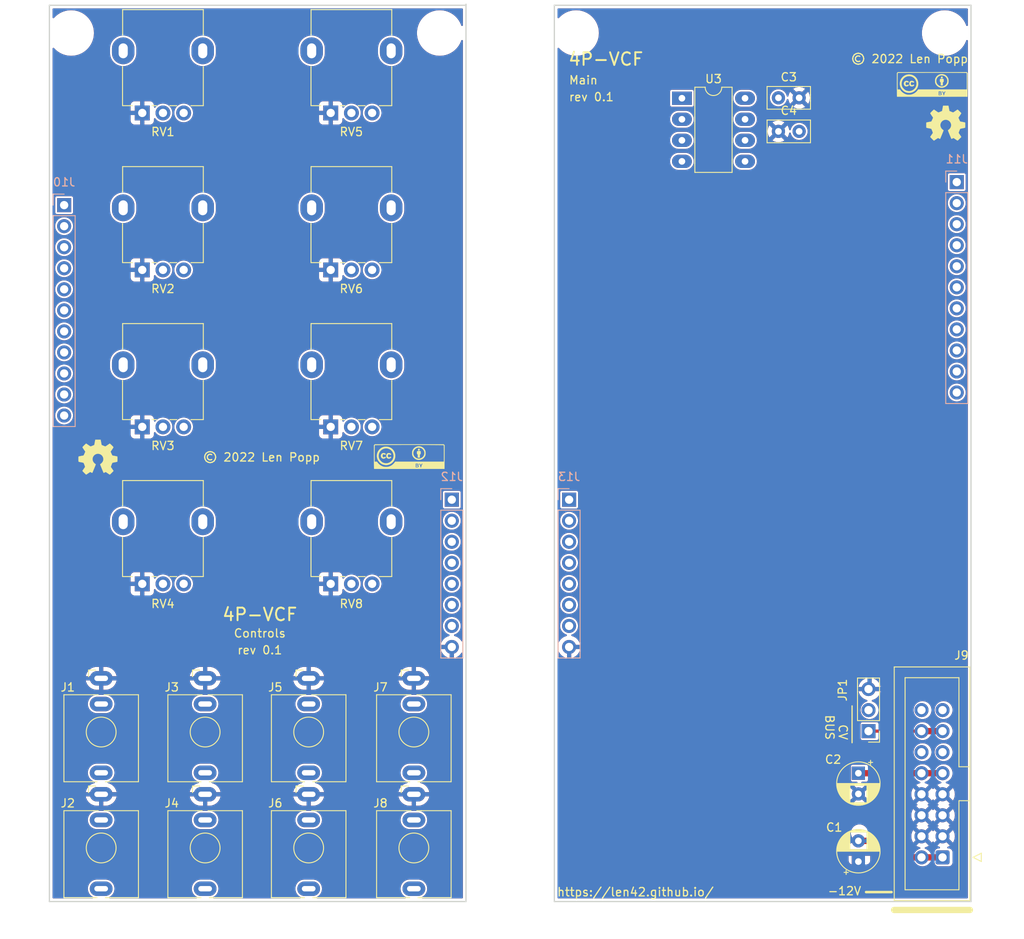
<source format=kicad_pcb>
(kicad_pcb (version 20211014) (generator pcbnew)
  (title_block (title "Eurorack 4-Pole Filter") (date "2022-02-21") (rev "1.0") (company "Len Popp") (comment 1 "Copyright © 2022 Len Popp CC BY") (comment 2 "Board settings comply with requirements of OSH Park https://oshpark.com/") (comment 3 "SSI2140 lowpass VCF module - Eurorack 10HP"))
  (layers (0 "F.Cu" signal) (31 "B.Cu" signal) (36 "B.SilkS" user "B.Silkscreen") (37 "F.SilkS" user "F.Silkscreen") (38 "B.Mask" user) (39 "F.Mask" user) (44 "Edge.Cuts" user))
  (net 0 "")
  (net 1 "+12V")
  (net 2 "GND")
  (net 3 "-12V")
  (net 4 "+5V")
  (net 6 "IN-POT-A-1")
  (net 7 "IN-GATE-1")
  (net 8 "IN-POT-D-1")
  (net 9 "OUT-1")
  (net 10 "IN-POT-S-1")
  (net 11 "IN-POT-R-1")
  (net 12 "IN-POT-A-2")
  (net 13 "IN-POT-D-2")
  (net 14 "IN-POT-S-2")
  (net 15 "IN-GATE-2")
  (net 16 "IN-POT-R-2")
  (net 17 "OUT-2")
  (net 18 "IN-GATE-BUS")
  (net 21 "Net-(J9-Pad13)")
  (net 23 "Net-(J10-Pad5)")
  (net 24 "Net-(J10-Pad4)")
  (net 31 "Net-(J10-Pad9)")
  (net 32 "Net-(J10-Pad8)")
  (net 33 "Net-(J10-Pad7)")
  (net 34 "Net-(J10-Pad6)")
  (net 35 "Net-(J10-Pad3)")
  (net 36 "Net-(J10-Pad2)")
  (net 37 "Net-(J12-Pad7)")
  (net 38 "Net-(J12-Pad6)")
  (net 39 "Net-(J12-Pad5)")
  (net 40 "Net-(J12-Pad4)")
  (net 41 "Net-(J12-Pad3)")
  (net 42 "Net-(J12-Pad2)")
  (net 43 "Net-(J12-Pad1)")
  (net 46 "IN-CV-BUS")
  (footprint "-lmp-misc:CP_Radial_D5.0mm_P2.50mm" (layer "F.Cu") (at 194.183 128.27 -90)
    (fp_text reference "C2" (at -1.651 3.048) (layer "F.SilkS"))
    (fp_text value "10U")
    (pad "1" thru_hole rect locked (at 0 0 270) (size 1.6 1.6) (drill 0.8) (layers *.Cu *.Mask) (net 1 "+12V"))
    (pad "2" thru_hole circle locked (at 2.5 0 270) (size 1.6 1.6) (drill 0.8) (layers *.Cu *.Mask) (net 2 "GND"))
  )
  (footprint "-lmp-synth:Jack_3.5mm_QingPu_WQP-PJ398SM_Vertical" (layer "F.Cu") (at 140.52 130.814)
    (fp_text reference "J8" (at -4.03 1.08) (layer "F.SilkS"))
    (fp_text value "WQP-PJ398")
    (pad "S" thru_hole oval (at 0 0 180) (size 2.75 1.75) (drill oval 1.65 0.65) (layers *.Cu *.Mask) (net 2 "GND"))
    (pad "T" thru_hole oval (at 0 11.4 180) (size 2.75 1.75) (drill oval 1.65 0.65) (layers *.Cu *.Mask))
    (pad "TN" thru_hole oval (at 0 3.1 180) (size 2.75 1.75) (drill oval 1.65 0.65) (layers *.Cu *.Mask))
  )
  (footprint "-lmp-misc:CP_Radial_D5.0mm_P2.50mm" (layer "F.Cu") (at 194.183 138.938 90)
    (fp_text reference "C1" (at 4.126113 -2.921) (layer "F.SilkS"))
    (fp_text value "10U")
    (pad "1" thru_hole rect locked (at 0 0 90) (size 1.6 1.6) (drill 0.8) (layers *.Cu *.Mask) (net 2 "GND"))
    (pad "2" thru_hole circle locked (at 2.5 0 90) (size 1.6 1.6) (drill 0.8) (layers *.Cu *.Mask) (net 3 "-12V"))
  )
  (footprint "-lmp-synth:Jack_3.5mm_QingPu_WQP-PJ398SM_Vertical" (layer "F.Cu") (at 102.77 116.8178)
    (fp_text reference "J1" (at -4.03 1.08) (layer "F.SilkS"))
    (fp_text value "WQP-PJ398")
    (pad "S" thru_hole oval (at 0 0 180) (size 2.75 1.75) (drill oval 1.65 0.65) (layers *.Cu *.Mask) (net 2 "GND"))
    (pad "T" thru_hole oval (at 0 11.4 180) (size 2.75 1.75) (drill oval 1.65 0.65) (layers *.Cu *.Mask) (net 7 "IN-GATE-1"))
    (pad "TN" thru_hole oval (at 0 3.1 180) (size 2.75 1.75) (drill oval 1.65 0.65) (layers *.Cu *.Mask) (net 18 "IN-GATE-BUS"))
  )
  (footprint "-lmp-synth:Potentiometer_Alpha_RD901F-40-00D_Single_Vertical" (layer "F.Cu") (at 107.73 67.51 90)
    (fp_text reference "RV2" (at -2.286 2.4892) (layer "F.SilkS"))
    (fp_text value "100K")
    (pad "" thru_hole oval locked (at 7.5 -2.3 180) (size 2.72 3.24) (drill oval 1.1 1.8) (layers *.Cu *.Mask))
    (pad "" thru_hole oval locked (at 7.5 7.3 180) (size 2.72 3.24) (drill oval 1.1 1.8) (layers *.Cu *.Mask))
    (pad "1" thru_hole rect locked (at 0 0 180) (size 1.8 1.8) (drill 1) (layers *.Cu *.Mask) (net 2 "GND"))
    (pad "2" thru_hole circle locked (at 0 2.5 180) (size 1.8 1.8) (drill 1) (layers *.Cu *.Mask) (net 8 "IN-POT-D-1"))
    (pad "3" thru_hole circle locked (at 0 5 180) (size 1.8 1.8) (drill 1) (layers *.Cu *.Mask) (net 4 "+5V"))
  )
  (footprint "-lmp-synth:Potentiometer_Alpha_RD901F-40-00D_Single_Vertical" (layer "F.Cu") (at 107.73 105.41 90)
    (fp_text reference "RV4" (at -2.413 2.4892) (layer "F.SilkS"))
    (fp_text value "100K")
    (pad "" thru_hole oval locked (at 7.5 7.3 180) (size 2.72 3.24) (drill oval 1.1 1.8) (layers *.Cu *.Mask))
    (pad "" thru_hole oval locked (at 7.5 -2.3 180) (size 2.72 3.24) (drill oval 1.1 1.8) (layers *.Cu *.Mask))
    (pad "1" thru_hole rect locked (at 0 0 180) (size 1.8 1.8) (drill 1) (layers *.Cu *.Mask) (net 2 "GND"))
    (pad "2" thru_hole circle locked (at 0 2.5 180) (size 1.8 1.8) (drill 1) (layers *.Cu *.Mask) (net 11 "IN-POT-R-1"))
    (pad "3" thru_hole circle locked (at 0 5 180) (size 1.8 1.8) (drill 1) (layers *.Cu *.Mask) (net 4 "+5V"))
  )
  (footprint "-lmp-synth:Potentiometer_Alpha_RD901F-40-00D_Single_Vertical" (layer "F.Cu") (at 130.48 67.51 90)
    (fp_text reference "RV6" (at -2.286 2.4892) (layer "F.SilkS"))
    (fp_text value "100K")
    (pad "" thru_hole oval locked (at 7.5 -2.3 180) (size 2.72 3.24) (drill oval 1.1 1.8) (layers *.Cu *.Mask))
    (pad "" thru_hole oval locked (at 7.5 7.3 180) (size 2.72 3.24) (drill oval 1.1 1.8) (layers *.Cu *.Mask))
    (pad "1" thru_hole rect locked (at 0 0 180) (size 1.8 1.8) (drill 1) (layers *.Cu *.Mask) (net 2 "GND"))
    (pad "2" thru_hole circle locked (at 0 2.5 180) (size 1.8 1.8) (drill 1) (layers *.Cu *.Mask) (net 13 "IN-POT-D-2"))
    (pad "3" thru_hole circle locked (at 0 5 180) (size 1.8 1.8) (drill 1) (layers *.Cu *.Mask) (net 4 "+5V"))
  )
  (footprint "-lmp-synth:Potentiometer_Alpha_RD901F-40-00D_Single_Vertical" (layer "F.Cu") (at 130.48 105.41 90)
    (fp_text reference "RV8" (at -2.413 2.4892) (layer "F.SilkS"))
    (fp_text value "100K")
    (pad "" thru_hole oval locked (at 7.5 -2.3 180) (size 2.72 3.24) (drill oval 1.1 1.8) (layers *.Cu *.Mask))
    (pad "" thru_hole oval locked (at 7.5 7.3 180) (size 2.72 3.24) (drill oval 1.1 1.8) (layers *.Cu *.Mask))
    (pad "1" thru_hole rect locked (at 0 0 180) (size 1.8 1.8) (drill 1) (layers *.Cu *.Mask) (net 2 "GND"))
    (pad "2" thru_hole circle locked (at 0 2.5 180) (size 1.8 1.8) (drill 1) (layers *.Cu *.Mask) (net 16 "IN-POT-R-2"))
    (pad "3" thru_hole circle locked (at 0 5 180) (size 1.8 1.8) (drill 1) (layers *.Cu *.Mask) (net 4 "+5V"))
  )
  (footprint "-lmp-synth:Potentiometer_Alpha_RD901F-40-00D_Single_Vertical" (layer "F.Cu") (at 107.73 86.46 90)
    (fp_text reference "RV3" (at -2.286 2.4892) (layer "F.SilkS"))
    (fp_text value "100K")
    (pad "" thru_hole oval locked (at 7.5 -2.3 180) (size 2.72 3.24) (drill oval 1.1 1.8) (layers *.Cu *.Mask))
    (pad "" thru_hole oval locked (at 7.5 7.3 180) (size 2.72 3.24) (drill oval 1.1 1.8) (layers *.Cu *.Mask))
    (pad "1" thru_hole rect locked (at 0 0 180) (size 1.8 1.8) (drill 1) (layers *.Cu *.Mask) (net 2 "GND"))
    (pad "2" thru_hole circle locked (at 0 2.5 180) (size 1.8 1.8) (drill 1) (layers *.Cu *.Mask) (net 10 "IN-POT-S-1"))
    (pad "3" thru_hole circle locked (at 0 5 180) (size 1.8 1.8) (drill 1) (layers *.Cu *.Mask) (net 4 "+5V"))
  )
  (footprint "-lmp-synth:Potentiometer_Alpha_RD901F-40-00D_Single_Vertical" (layer "F.Cu") (at 107.73 48.56 90)
    (fp_text reference "RV1" (at -2.286 2.4892) (layer "F.SilkS"))
    (fp_text value "100K")
    (pad "" thru_hole oval locked (at 7.5 -2.3 180) (size 2.72 3.24) (drill oval 1.1 1.8) (layers *.Cu *.Mask))
    (pad "" thru_hole oval locked (at 7.5 7.3 180) (size 2.72 3.24) (drill oval 1.1 1.8) (layers *.Cu *.Mask))
    (pad "1" thru_hole rect locked (at 0 0 180) (size 1.8 1.8) (drill 1) (layers *.Cu *.Mask) (net 2 "GND"))
    (pad "2" thru_hole circle locked (at 0 2.5 180) (size 1.8 1.8) (drill 1) (layers *.Cu *.Mask) (net 6 "IN-POT-A-1"))
    (pad "3" thru_hole circle locked (at 0 5 180) (size 1.8 1.8) (drill 1) (layers *.Cu *.Mask) (net 4 "+5V"))
  )
  (footprint "-lmp-synth:Potentiometer_Alpha_RD901F-40-00D_Single_Vertical" (layer "F.Cu") (at 130.48 48.56 90)
    (fp_text reference "RV5" (at -2.286 2.4892) (layer "F.SilkS"))
    (fp_text value "100K")
    (pad "" thru_hole oval locked (at 7.5 -2.3 180) (size 2.72 3.24) (drill oval 1.1 1.8) (layers *.Cu *.Mask))
    (pad "" thru_hole oval locked (at 7.5 7.3 180) (size 2.72 3.24) (drill oval 1.1 1.8) (layers *.Cu *.Mask))
    (pad "1" thru_hole rect locked (at 0 0 180) (size 1.8 1.8) (drill 1) (layers *.Cu *.Mask) (net 2 "GND"))
    (pad "2" thru_hole circle locked (at 0 2.5 180) (size 1.8 1.8) (drill 1) (layers *.Cu *.Mask) (net 12 "IN-POT-A-2"))
    (pad "3" thru_hole circle locked (at 0 5 180) (size 1.8 1.8) (drill 1) (layers *.Cu *.Mask) (net 4 "+5V"))
  )
  (footprint "-lmp-misc:Logo_CC_BY" (layer "F.Cu") (at 203.088596 45.1104)
    (fp_text reference "G1" hide)
    (fp_text value "Logo_CC_BY" hide)
  )
  (footprint "-lmp-holes:MountingHole_PCB_3.2mm_M3" (layer "F.Cu") (at 204.605 38.91)
    (fp_text reference "H4" hide)
    (fp_text value "MountingHole_M3")
    (pad "" np_thru_hole circle locked (at 0 0) (size 3.2 3.2) (drill 3.2) (layers *.Cu *.Mask))
  )
  (footprint "-lmp-holes:MountingHole_PCB_3.2mm_M3" (layer "F.Cu") (at 99.145 38.91)
    (fp_text reference "H1" hide)
    (fp_text value "MountingHole_M3")
    (pad "" np_thru_hole circle locked (at 0 0) (size 3.2 3.2) (drill 3.2) (layers *.Cu *.Mask))
  )
  (footprint "-lmp-holes:MountingHole_PCB_3.2mm_M3" (layer "F.Cu") (at 143.645 38.91)
    (fp_text reference "H2" hide)
    (fp_text value "MountingHole_M3")
    (pad "" np_thru_hole circle locked (at 0 0) (size 3.2 3.2) (drill 3.2) (layers *.Cu *.Mask))
  )
  (footprint "-lmp-holes:MountingHole_PCB_3.2mm_M3" (layer "F.Cu") (at 160.105 38.91)
    (fp_text reference "H3" hide)
    (fp_text value "MountingHole_M3")
    (pad "" np_thru_hole circle locked (at 0 0) (size 3.2 3.2) (drill 3.2) (layers *.Cu *.Mask))
  )
  (footprint "-lmp-synth:IDC-Header-Eurorack-16-TH" (layer "F.Cu") (at 204.343 138.43 180)
    (fp_text reference "J9" (at -2.286 24.384) (layer "F.SilkS"))
    (fp_text value "Conn_Eurorack_16")
    (pad "1" thru_hole roundrect locked (at 0 0 180) (size 1.7 1.7) (drill 1) (layers *.Cu *.Mask) (roundrect_rratio 0.147059) (net 3 "-12V"))
    (pad "2" thru_hole circle locked (at 2.54 0 180) (size 1.7 1.7) (drill 1) (layers *.Cu *.Mask) (net 3 "-12V"))
    (pad "3" thru_hole circle locked (at 0 2.54 180) (size 1.7 1.7) (drill 1) (layers *.Cu *.Mask) (net 2 "GND"))
    (pad "4" thru_hole circle locked (at 2.54 2.54 180) (size 1.7 1.7) (drill 1) (layers *.Cu *.Mask) (net 2 "GND"))
    (pad "5" thru_hole circle locked (at 0 5.08 180) (size 1.7 1.7) (drill 1) (layers *.Cu *.Mask) (net 2 "GND"))
    (pad "6" thru_hole circle locked (at 2.54 5.08 180) (size 1.7 1.7) (drill 1) (layers *.Cu *.Mask) (net 2 "GND"))
    (pad "7" thru_hole circle locked (at 0 7.62 180) (size 1.7 1.7) (drill 1) (layers *.Cu *.Mask) (net 2 "GND"))
    (pad "8" thru_hole circle locked (at 2.54 7.62 180) (size 1.7 1.7) (drill 1) (layers *.Cu *.Mask) (net 2 "GND"))
    (pad "9" thru_hole circle locked (at 0 10.16 180) (size 1.7 1.7) (drill 1) (layers *.Cu *.Mask) (net 1 "+12V"))
    (pad "10" thru_hole circle locked (at 2.54 10.16 180) (size 1.7 1.7) (drill 1) (layers *.Cu *.Mask) (net 1 "+12V"))
    (pad "11" thru_hole circle locked (at 0 12.7 180) (size 1.7 1.7) (drill 1) (layers *.Cu *.Mask) (net 4 "+5V"))
    (pad "12" thru_hole circle locked (at 2.54 12.7 180) (size 1.7 1.7) (drill 1) (layers *.Cu *.Mask) (net 4 "+5V"))
    (pad "13" thru_hole circle locked (at 0 15.24 180) (size 1.7 1.7) (drill 1) (layers *.Cu *.Mask) (net 21 "Net-(J9-Pad13)"))
    (pad "14" thru_hole circle locked (at 2.54 15.24 180) (size 1.7 1.7) (drill 1) (layers *.Cu *.Mask) (net 21 "Net-(J9-Pad13)"))
    (pad "15" thru_hole circle locked (at 0 17.78 180) (size 1.7 1.7) (drill 1) (layers *.Cu *.Mask))
    (pad "16" thru_hole circle locked (at 2.54 17.78 180) (size 1.7 1.7) (drill 1) (layers *.Cu *.Mask))
  )
  (footprint "-lmp-synth:Jack_3.5mm_QingPu_WQP-PJ398SM_Vertical" (layer "F.Cu") (at 140.52 116.8178)
    (fp_text reference "J7" (at -4.03 1.08) (layer "F.SilkS"))
    (fp_text value "WQP-PJ398")
    (pad "S" thru_hole oval (at 0 0 180) (size 2.75 1.75) (drill oval 1.65 0.65) (layers *.Cu *.Mask) (net 2 "GND"))
    (pad "T" thru_hole oval (at 0 11.4 180) (size 2.75 1.75) (drill oval 1.65 0.65) (layers *.Cu *.Mask))
    (pad "TN" thru_hole oval (at 0 3.1 180) (size 2.75 1.75) (drill oval 1.65 0.65) (layers *.Cu *.Mask))
  )
  (footprint "-lmp-misc:PinHeader_1x03_P2.54mm_Vertical" (layer "F.Cu") (at 195.407001 123.19 180)
    (fp_text reference "JP1" (at 3.129001 4.953 90) (layer "F.SilkS"))
    (fp_text value "CV-BUS")
    (pad "1" thru_hole rect locked (at 0 0 180) (size 1.7 1.7) (drill 1) (layers *.Cu *.Mask) (net 21 "Net-(J9-Pad13)"))
    (pad "2" thru_hole oval locked (at 0 2.54 180) (size 1.7 1.7) (drill 1) (layers *.Cu *.Mask) (net 46 "IN-CV-BUS"))
    (pad "3" thru_hole oval locked (at 0 5.08 180) (size 1.7 1.7) (drill 1) (layers *.Cu *.Mask) (net 2 "GND"))
  )
  (footprint "-lmp-synth:Jack_3.5mm_QingPu_WQP-PJ398SM_Vertical" (layer "F.Cu") (at 102.77 130.814)
    (fp_text reference "J2" (at -4.03 1.08) (layer "F.SilkS"))
    (fp_text value "WQP-PJ398")
    (pad "S" thru_hole oval (at 0 0 180) (size 2.75 1.75) (drill oval 1.65 0.65) (layers *.Cu *.Mask) (net 2 "GND"))
    (pad "T" thru_hole oval (at 0 11.4 180) (size 2.75 1.75) (drill oval 1.65 0.65) (layers *.Cu *.Mask) (net 9 "OUT-1"))
    (pad "TN" thru_hole oval (at 0 3.1 180) (size 2.75 1.75) (drill oval 1.65 0.65) (layers *.Cu *.Mask))
  )
  (footprint "-lmp-misc:Logo_OSHW" (layer "F.Cu") (at 204.739596 49.8094)
    (fp_text reference "G3" hide)
    (fp_text value "Logo_OSHW" hide)
  )
  (footprint "-lmp-synth:Potentiometer_Alpha_RD901F-40-00D_Single_Vertical" (layer "F.Cu") (at 130.48 86.46 90)
    (fp_text reference "RV7" (at -2.286 2.4892) (layer "F.SilkS"))
    (fp_text value "100K")
    (pad "" thru_hole oval locked (at 7.5 -2.3 180) (size 2.72 3.24) (drill oval 1.1 1.8) (layers *.Cu *.Mask))
    (pad "" thru_hole oval locked (at 7.5 7.3 180) (size 2.72 3.24) (drill oval 1.1 1.8) (layers *.Cu *.Mask))
    (pad "1" thru_hole rect locked (at 0 0 180) (size 1.8 1.8) (drill 1) (layers *.Cu *.Mask) (net 2 "GND"))
    (pad "2" thru_hole circle locked (at 0 2.5 180) (size 1.8 1.8) (drill 1) (layers *.Cu *.Mask) (net 14 "IN-POT-S-2"))
    (pad "3" thru_hole circle locked (at 0 5 180) (size 1.8 1.8) (drill 1) (layers *.Cu *.Mask) (net 4 "+5V"))
  )
  (footprint "-lmp-misc:Logo_CC_BY" (layer "F.Cu") (at 139.954 90.043)
    (fp_text reference "G2" hide)
    (fp_text value "Logo_CC_BY" hide)
  )
  (footprint "-lmp-misc:Logo_OSHW" (layer "F.Cu") (at 102.39 90.13)
    (fp_text reference "G4" hide)
    (fp_text value "Logo_OSHW" hide)
  )
  (footprint "-lmp-synth:Jack_3.5mm_QingPu_WQP-PJ398SM_Vertical" (layer "F.Cu") (at 127.82 116.8178)
    (fp_text reference "J5" (at -4.03 1.08) (layer "F.SilkS"))
    (fp_text value "WQP-PJ398")
    (pad "S" thru_hole oval (at 0 0 180) (size 2.75 1.75) (drill oval 1.65 0.65) (layers *.Cu *.Mask) (net 2 "GND"))
    (pad "T" thru_hole oval (at 0 11.4 180) (size 2.75 1.75) (drill oval 1.65 0.65) (layers *.Cu *.Mask) (net 15 "IN-GATE-2"))
    (pad "TN" thru_hole oval (at 0 3.1 180) (size 2.75 1.75) (drill oval 1.65 0.65) (layers *.Cu *.Mask) (net 7 "IN-GATE-1"))
  )
  (footprint "-lmp-synth:Jack_3.5mm_QingPu_WQP-PJ398SM_Vertical" (layer "F.Cu") (at 127.82 130.814)
    (fp_text reference "J6" (at -4.03 1.08) (layer "F.SilkS"))
    (fp_text value "WQP-PJ398")
    (pad "S" thru_hole oval (at 0 0 180) (size 2.75 1.75) (drill oval 1.65 0.65) (layers *.Cu *.Mask) (net 2 "GND"))
    (pad "T" thru_hole oval (at 0 11.4 180) (size 2.75 1.75) (drill oval 1.65 0.65) (layers *.Cu *.Mask) (net 17 "OUT-2"))
    (pad "TN" thru_hole oval (at 0 3.1 180) (size 2.75 1.75) (drill oval 1.65 0.65) (layers *.Cu *.Mask))
  )
  (footprint "-lmp-synth:Jack_3.5mm_QingPu_WQP-PJ398SM_Vertical" (layer "F.Cu") (at 115.32 116.8178)
    (fp_text reference "J3" (at -4.03 1.08) (layer "F.SilkS"))
    (fp_text value "WQP-PJ398")
    (pad "S" thru_hole oval (at 0 0 180) (size 2.75 1.75) (drill oval 1.65 0.65) (layers *.Cu *.Mask) (net 2 "GND"))
    (pad "T" thru_hole oval (at 0 11.4 180) (size 2.75 1.75) (drill oval 1.65 0.65) (layers *.Cu *.Mask))
    (pad "TN" thru_hole oval (at 0 3.1 180) (size 2.75 1.75) (drill oval 1.65 0.65) (layers *.Cu *.Mask))
  )
  (footprint "-lmp-synth:Jack_3.5mm_QingPu_WQP-PJ398SM_Vertical" (layer "F.Cu") (at 115.32 130.814)
    (fp_text reference "J4" (at -4.03 1.08) (layer "F.SilkS"))
    (fp_text value "WQP-PJ398")
    (pad "S" thru_hole oval (at 0 0 180) (size 2.75 1.75) (drill oval 1.65 0.65) (layers *.Cu *.Mask) (net 2 "GND"))
    (pad "T" thru_hole oval (at 0 11.4 180) (size 2.75 1.75) (drill oval 1.65 0.65) (layers *.Cu *.Mask))
    (pad "TN" thru_hole oval (at 0 3.1 180) (size 2.75 1.75) (drill oval 1.65 0.65) (layers *.Cu *.Mask))
  )
  (footprint "-lmp-misc:DIP-8_W7.62mm_LongPads" (layer "F.Cu") (at 172.881 46.786)
    (fp_text reference "U3" (at 3.81 -2.33) (layer "F.SilkS"))
    (fp_text value "TL072")
    (pad "1" thru_hole rect locked (at 0 0) (size 2.4 1.6) (drill 0.8) (layers *.Cu *.Mask))
    (pad "2" thru_hole oval locked (at 0 2.54) (size 2.4 1.6) (drill 0.8) (layers *.Cu *.Mask))
    (pad "3" thru_hole oval locked (at 0 5.08) (size 2.4 1.6) (drill 0.8) (layers *.Cu *.Mask))
    (pad "4" thru_hole oval locked (at 0 7.62) (size 2.4 1.6) (drill 0.8) (layers *.Cu *.Mask) (net 3 "-12V"))
    (pad "5" thru_hole oval locked (at 7.62 7.62) (size 2.4 1.6) (drill 0.8) (layers *.Cu *.Mask))
    (pad "6" thru_hole oval locked (at 7.62 5.08) (size 2.4 1.6) (drill 0.8) (layers *.Cu *.Mask))
    (pad "7" thru_hole oval locked (at 7.62 2.54) (size 2.4 1.6) (drill 0.8) (layers *.Cu *.Mask))
    (pad "8" thru_hole oval locked (at 7.62 0) (size 2.4 1.6) (drill 0.8) (layers *.Cu *.Mask) (net 1 "+12V"))
  )
  (footprint "-lmp-misc:C_Disc_D5.0mm_W2.5mm_P2.50mm" (layer "F.Cu") (at 184.531 50.786)
    (fp_text reference "C4" (at 1.25 -2.5) (layer "F.SilkS"))
    (fp_text value "100N")
    (pad "1" thru_hole circle locked (at 0 0) (size 1.6 1.6) (drill 0.8) (layers *.Cu *.Mask) (net 2 "GND"))
    (pad "2" thru_hole circle locked (at 2.5 0) (size 1.6 1.6) (drill 0.8) (layers *.Cu *.Mask) (net 3 "-12V"))
  )
  (footprint "-lmp-misc:C_Disc_D5.0mm_W2.5mm_P2.50mm" (layer "F.Cu") (at 184.531 46.736)
    (fp_text reference "C3" (at 1.25 -2.5) (layer "F.SilkS"))
    (fp_text value "100N")
    (pad "1" thru_hole circle locked (at 0 0) (size 1.6 1.6) (drill 0.8) (layers *.Cu *.Mask) (net 1 "+12V"))
    (pad "2" thru_hole circle locked (at 2.5 0) (size 1.6 1.6) (drill 0.8) (layers *.Cu *.Mask) (net 2 "GND"))
  )
  (footprint "Connector_PinSocket_2.54mm:PinSocket_1x11_P2.54mm_Vertical" (layer "B.Cu") (at 98.3 59.69 180)
    (fp_text reference "J10" (at 0 2.77) (layer "B.SilkS") (effects (justify mirror)))
    (fp_text value "Conn_Front_Left_Top")
    (pad "1" thru_hole rect locked (at 0 0 180) (size 1.7 1.7) (drill 1) (layers *.Cu *.Mask) (net 7 "IN-GATE-1"))
    (pad "2" thru_hole oval locked (at 0 -2.54 180) (size 1.7 1.7) (drill 1) (layers *.Cu *.Mask) (net 36 "Net-(J10-Pad2)"))
    (pad "3" thru_hole oval locked (at 0 -5.08 180) (size 1.7 1.7) (drill 1) (layers *.Cu *.Mask) (net 35 "Net-(J10-Pad3)"))
    (pad "4" thru_hole oval locked (at 0 -7.62 180) (size 1.7 1.7) (drill 1) (layers *.Cu *.Mask) (net 24 "Net-(J10-Pad4)"))
    (pad "5" thru_hole oval locked (at 0 -10.16 180) (size 1.7 1.7) (drill 1) (layers *.Cu *.Mask) (net 23 "Net-(J10-Pad5)"))
    (pad "6" thru_hole oval locked (at 0 -12.7 180) (size 1.7 1.7) (drill 1) (layers *.Cu *.Mask) (net 34 "Net-(J10-Pad6)"))
    (pad "7" thru_hole oval locked (at 0 -15.24 180) (size 1.7 1.7) (drill 1) (layers *.Cu *.Mask) (net 33 "Net-(J10-Pad7)"))
    (pad "8" thru_hole oval locked (at 0 -17.78 180) (size 1.7 1.7) (drill 1) (layers *.Cu *.Mask) (net 32 "Net-(J10-Pad8)"))
    (pad "9" thru_hole oval locked (at 0 -20.32 180) (size 1.7 1.7) (drill 1) (layers *.Cu *.Mask) (net 31 "Net-(J10-Pad9)"))
    (pad "10" thru_hole oval locked (at 0 -22.86 180) (size 1.7 1.7) (drill 1) (layers *.Cu *.Mask) (net 4 "+5V"))
    (pad "11" thru_hole oval locked (at 0 -25.4 180) (size 1.7 1.7) (drill 1) (layers *.Cu *.Mask) (net 18 "IN-GATE-BUS"))
  )
  (footprint "Connector_PinSocket_2.54mm:PinSocket_1x08_P2.54mm_Vertical" (layer "B.Cu") (at 145.1 95.25 180)
    (fp_text reference "J12" (at 0 2.77) (layer "B.SilkS") (effects (justify mirror)))
    (fp_text value "Conn_Front_Right")
    (pad "1" thru_hole rect locked (at 0 0 180) (size 1.7 1.7) (drill 1) (layers *.Cu *.Mask) (net 43 "Net-(J12-Pad1)"))
    (pad "2" thru_hole oval locked (at 0 -2.54 180) (size 1.7 1.7) (drill 1) (layers *.Cu *.Mask) (net 42 "Net-(J12-Pad2)"))
    (pad "3" thru_hole oval locked (at 0 -5.08 180) (size 1.7 1.7) (drill 1) (layers *.Cu *.Mask) (net 41 "Net-(J12-Pad3)"))
    (pad "4" thru_hole oval locked (at 0 -7.62 180) (size 1.7 1.7) (drill 1) (layers *.Cu *.Mask) (net 40 "Net-(J12-Pad4)"))
    (pad "5" thru_hole oval locked (at 0 -10.16 180) (size 1.7 1.7) (drill 1) (layers *.Cu *.Mask) (net 39 "Net-(J12-Pad5)"))
    (pad "6" thru_hole oval locked (at 0 -12.7 180) (size 1.7 1.7) (drill 1) (layers *.Cu *.Mask) (net 38 "Net-(J12-Pad6)"))
    (pad "7" thru_hole oval locked (at 0 -15.24 180) (size 1.7 1.7) (drill 1) (layers *.Cu *.Mask) (net 37 "Net-(J12-Pad7)"))
    (pad "8" thru_hole oval locked (at 0 -17.78 180) (size 1.7 1.7) (drill 1) (layers *.Cu *.Mask) (net 2 "GND"))
  )
  (footprint "Connector_PinSocket_2.54mm:PinSocket_1x11_P2.54mm_Vertical" (layer "B.Cu") (at 206.06 56.91 180)
    (fp_text reference "J11" (at 0 2.77) (layer "B.SilkS") (effects (justify mirror)))
    (fp_text value "Conn_Back_Right_Top")
    (pad "1" thru_hole rect locked (at 0 0 180) (size 1.7 1.7) (drill 1) (layers *.Cu *.Mask) (net 7 "IN-GATE-1"))
    (pad "2" thru_hole oval locked (at 0 -2.54 180) (size 1.7 1.7) (drill 1) (layers *.Cu *.Mask) (net 36 "Net-(J10-Pad2)"))
    (pad "3" thru_hole oval locked (at 0 -5.08 180) (size 1.7 1.7) (drill 1) (layers *.Cu *.Mask) (net 35 "Net-(J10-Pad3)"))
    (pad "4" thru_hole oval locked (at 0 -7.62 180) (size 1.7 1.7) (drill 1) (layers *.Cu *.Mask) (net 24 "Net-(J10-Pad4)"))
    (pad "5" thru_hole oval locked (at 0 -10.16 180) (size 1.7 1.7) (drill 1) (layers *.Cu *.Mask) (net 23 "Net-(J10-Pad5)"))
    (pad "6" thru_hole oval locked (at 0 -12.7 180) (size 1.7 1.7) (drill 1) (layers *.Cu *.Mask) (net 34 "Net-(J10-Pad6)"))
    (pad "7" thru_hole oval locked (at 0 -15.24 180) (size 1.7 1.7) (drill 1) (layers *.Cu *.Mask) (net 33 "Net-(J10-Pad7)"))
    (pad "8" thru_hole oval locked (at 0 -17.78 180) (size 1.7 1.7) (drill 1) (layers *.Cu *.Mask) (net 32 "Net-(J10-Pad8)"))
    (pad "9" thru_hole oval locked (at 0 -20.32 180) (size 1.7 1.7) (drill 1) (layers *.Cu *.Mask) (net 31 "Net-(J10-Pad9)"))
    (pad "10" thru_hole oval locked (at 0 -22.86 180) (size 1.7 1.7) (drill 1) (layers *.Cu *.Mask) (net 4 "+5V"))
    (pad "11" thru_hole oval locked (at 0 -25.4 180) (size 1.7 1.7) (drill 1) (layers *.Cu *.Mask) (net 18 "IN-GATE-BUS"))
  )
  (footprint "Connector_PinSocket_2.54mm:PinSocket_1x08_P2.54mm_Vertical" (layer "B.Cu") (at 159.26 95.25 180)
    (fp_text reference "J13" (at 0 2.77) (layer "B.SilkS") (effects (justify mirror)))
    (fp_text value "Conn_Back_Left")
    (pad "1" thru_hole rect locked (at 0 0 180) (size 1.7 1.7) (drill 1) (layers *.Cu *.Mask) (net 43 "Net-(J12-Pad1)"))
    (pad "2" thru_hole oval locked (at 0 -2.54 180) (size 1.7 1.7) (drill 1) (layers *.Cu *.Mask) (net 42 "Net-(J12-Pad2)"))
    (pad "3" thru_hole oval locked (at 0 -5.08 180) (size 1.7 1.7) (drill 1) (layers *.Cu *.Mask) (net 41 "Net-(J12-Pad3)"))
    (pad "4" thru_hole oval locked (at 0 -7.62 180) (size 1.7 1.7) (drill 1) (layers *.Cu *.Mask) (net 40 "Net-(J12-Pad4)"))
    (pad "5" thru_hole oval locked (at 0 -10.16 180) (size 1.7 1.7) (drill 1) (layers *.Cu *.Mask) (net 39 "Net-(J12-Pad5)"))
    (pad "6" thru_hole oval locked (at 0 -12.7 180) (size 1.7 1.7) (drill 1) (layers *.Cu *.Mask) (net 38 "Net-(J12-Pad6)"))
    (pad "7" thru_hole oval locked (at 0 -15.24 180) (size 1.7 1.7) (drill 1) (layers *.Cu *.Mask) (net 37 "Net-(J12-Pad7)"))
    (pad "8" thru_hole oval locked (at 0 -17.78 180) (size 1.7 1.7) (drill 1) (layers *.Cu *.Mask) (net 2 "GND"))
  )
  (gr_line (start 193.421 124.587) (end 193.421 120.142) (layer "F.SilkS") (width 0.1524))
  (gr_line (start 198.186396 142.621) (end 195.112996 142.621) (layer "F.SilkS") (width 0.3048))
  (gr_line (start 157.48 143.764) (end 157.48 35.56) (layer "Edge.Cuts") (width 0.1524))
  (gr_line (start 157.48 35.56) (end 207.78 35.56) (layer "Edge.Cuts") (width 0.1524))
  (gr_line (start 146.812 35.433) (end 146.812 143.637) (layer "Edge.Cuts") (width 0.1524))
  (gr_line (start 146.82 143.764) (end 96.52 143.764) (layer "Edge.Cuts") (width 0.1524))
  (gr_line (start 96.52 35.56) (end 146.82 35.56) (layer "Edge.Cuts") (width 0.1524))
  (gr_line (start 207.78 143.764) (end 157.48 143.764) (layer "Edge.Cuts") (width 0.1524))
  (gr_line (start 207.78 35.56) (end 207.78 143.764) (layer "Edge.Cuts") (width 0.1524))
  (gr_line (start 96.52 143.764) (end 96.52 35.56) (layer "Edge.Cuts") (width 0.1524))
  (gr_text "© 2022 Len Popp" (at 193.207996 42.037) (layer "F.SilkS") (effects (font (size 1 1)) (justify left)))
  (gr_text "-12V" (at 194.604996 142.494) (layer "F.SilkS") (effects (font (size 1 1)) (justify right)))
  (gr_text "4P-VCF" (at 159.044996 42.0624) (layer "F.SilkS") (effects (font (size 1.524 1.524) (thickness 0.2286)) (justify left)))
  (gr_text "4P-VCF" (at 121.92 109.11) (layer "F.SilkS") (effects (font (size 1.524 1.524) (thickness 0.2286))))
  (gr_text "rev 0.1" (at 121.92 113.411) (layer "F.SilkS") (effects (font (size 1 1))))
  (gr_text "© 2022 Len Popp" (at 114.97 90.13) (layer "F.SilkS") (effects (font (size 1 1)) (justify left)))
  (gr_text "https://len42.github.io/" (at 157.734 142.621) (layer "F.SilkS") (effects (font (size 1.016 1.016) (thickness 0.1524)) (justify left)))
  (gr_text "CV\nBUS" (at 191.516 124.333 270) (layer "F.SilkS") (effects (font (size 1 1)) (justify right)))
  (gr_text "Controls" (at 121.92 111.379) (layer "F.SilkS") (effects (font (size 1 1))))
  (gr_text "rev 0.1" (at 159.162721 46.6344) (layer "F.SilkS") (effects (font (size 1 1)) (justify left)))
  (gr_text "Main" (at 159.171996 44.6024) (layer "F.SilkS") (effects (font (size 1 1)) (justify left)))
  (segment (start 204.343 128.27) (end 201.803 128.27) (width 0.762) (layer "F.Cu") (net 1))
  (segment (start 201.803 128.27) (end 194.183 128.27) (width 0.762) (layer "F.Cu") (net 1))
  (segment (start 197.779 136.438) (end 194.183 136.438) (width 0.762) (layer "F.Cu") (net 3))
  (segment (start 199.771 138.43) (end 197.779 136.438) (width 0.762) (layer "F.Cu") (net 3))
  (segment (start 201.803 138.43) (end 199.771 138.43) (width 0.762) (layer "F.Cu") (net 3))
  (segment (start 204.343 138.43) (end 201.803 138.43) (width 0.762) (layer "F.Cu") (net 3))
  (segment (start 201.803 123.19) (end 204.343 123.19) (width 0.762) (layer "F.Cu") (net 21))
  (segment (start 195.407001 123.19) (end 201.803 123.19) (width 0.381) (layer "F.Cu") (net 21))
  (zone (net 2) (net_name "GND") (layer "F.Cu") (connect_pads (clearance 0.2032)) (min_thickness 0.2032) (fill yes (thermal_gap 0.508) (thermal_bridge_width 0.508))
    (polygon (pts (xy 208.701996 144.145) (xy 156.504996 144.145) (xy 156.504996 34.925) (xy 208.701996 34.925)))
  )
  (zone (net 2) (net_name "GND") (layer "F.Cu") (connect_pads (clearance 0.2032)) (min_thickness 0.2032) (fill yes (thermal_gap 0.508) (thermal_bridge_width 0.508))
    (polygon (pts (xy 147.955 144.145) (xy 95.885 144.145) (xy 95.885 34.925) (xy 147.955 34.925)))
  )
  (zone (net 0) (net_name "") (layer "F.Cu") (connect_pads (clearance 0)) (min_thickness 0.254)
    (keepout (tracks not_allowed) (vias not_allowed) (pads allowed) (copperpour not_allowed) (footprints allowed))
    (fill (thermal_gap 0.508) (thermal_bridge_width 0.508))
    (polygon (pts (xy 140.504687 138.7329) (xy 140.968187 138.6595) (xy 141.386387 138.4464) (xy 141.718187 138.1146) (xy 141.931287 137.6964) (xy 142.004687 137.2329) (xy 141.931287 136.7694) (xy 141.718187 136.3512) (xy 141.386387 136.0194) (xy 140.968187 135.8063) (xy 140.504687 135.7329) (xy 140.041187 135.8063) (xy 139.622987 136.0194) (xy 139.291187 136.3512) (xy 139.078087 136.7694) (xy 139.004687 137.2329) (xy 139.078087 137.6964) (xy 139.291187 138.1146) (xy 139.622987 138.4464) (xy 140.041187 138.6595)))
  )
  (zone (net 0) (net_name "") (layer "F.Cu") (connect_pads (clearance 0)) (min_thickness 0.254)
    (keepout (tracks not_allowed) (vias not_allowed) (pads allowed) (copperpour not_allowed) (footprints allowed))
    (fill (thermal_gap 0.508) (thermal_bridge_width 0.508))
    (polygon (pts (xy 102.830839 124.799529) (xy 103.294339 124.726129) (xy 103.712539 124.513029) (xy 104.044339 124.181229) (xy 104.257439 123.763029) (xy 104.330839 123.299529) (xy 104.257439 122.836029) (xy 104.044339 122.417829) (xy 103.712539 122.086029) (xy 103.294339 121.872929) (xy 102.830839 121.799529) (xy 102.367339 121.872929) (xy 101.949139 122.086029) (xy 101.617339 122.417829) (xy 101.404239 122.836029) (xy 101.330839 123.299529) (xy 101.404239 123.763029) (xy 101.617339 124.181229) (xy 101.949139 124.513029) (xy 102.367339 124.726129)))
  )
  (zone (net 0) (net_name "") (layer "F.Cu") (connect_pads (clearance 0)) (min_thickness 0.254)
    (keepout (tracks not_allowed) (vias not_allowed) (pads allowed) (copperpour not_allowed) (footprints allowed))
    (fill (thermal_gap 0.508) (thermal_bridge_width 0.508))
    (polygon (pts (xy 102.847549 138.792402) (xy 103.311049 138.719002) (xy 103.729249 138.505902) (xy 104.061049 138.174102) (xy 104.274149 137.755902) (xy 104.347549 137.292402) (xy 104.274149 136.828902) (xy 104.061049 136.410702) (xy 103.729249 136.078902) (xy 103.311049 135.865802) (xy 102.847549 135.792402) (xy 102.384049 135.865802) (xy 101.965849 136.078902) (xy 101.634049 136.410702) (xy 101.420949 136.828902) (xy 101.347549 137.292402) (xy 101.420949 137.755902) (xy 101.634049 138.174102) (xy 101.965849 138.505902) (xy 102.384049 138.719002)))
  )
  (zone (net 0) (net_name "") (layer "F.Cu") (connect_pads (clearance 0)) (min_thickness 0.254)
    (keepout (tracks not_allowed) (vias not_allowed) (pads allowed) (copperpour not_allowed) (footprints allowed))
    (fill (thermal_gap 0.508) (thermal_bridge_width 0.508))
    (polygon (pts (xy 140.486 124.744) (xy 140.9495 124.6706) (xy 141.3677 124.4575) (xy 141.6995 124.1257) (xy 141.9126 123.7075) (xy 141.986 123.244) (xy 141.9126 122.7805) (xy 141.6995 122.3623) (xy 141.3677 122.0305) (xy 140.9495 121.8174) (xy 140.486 121.744) (xy 140.0225 121.8174) (xy 139.6043 122.0305) (xy 139.2725 122.3623) (xy 139.0594 122.7805) (xy 138.986 123.244) (xy 139.0594 123.7075) (xy 139.2725 124.1257) (xy 139.6043 124.4575) (xy 140.0225 124.6706)))
  )
  (zone (net 0) (net_name "") (layer "F.Cu") (connect_pads (clearance 0)) (min_thickness 0.254)
    (keepout (tracks not_allowed) (vias not_allowed) (pads allowed) (copperpour not_allowed) (footprints allowed))
    (fill (thermal_gap 0.508) (thermal_bridge_width 0.508))
    (polygon (pts (xy 115.3456 124.799529) (xy 115.8091 124.726129) (xy 116.2273 124.513029) (xy 116.5591 124.181229) (xy 116.7722 123.763029) (xy 116.8456 123.299529) (xy 116.7722 122.836029) (xy 116.5591 122.417829) (xy 116.2273 122.086029) (xy 115.8091 121.872929) (xy 115.3456 121.799529) (xy 114.8821 121.872929) (xy 114.4639 122.086029) (xy 114.1321 122.417829) (xy 113.919 122.836029) (xy 113.8456 123.299529) (xy 113.919 123.763029) (xy 114.1321 124.181229) (xy 114.4639 124.513029) (xy 114.8821 124.726129)))
  )
  (zone (net 0) (net_name "") (layer "F.Cu") (connect_pads (clearance 0)) (min_thickness 0.254)
    (keepout (tracks not_allowed) (vias not_allowed) (pads allowed) (copperpour not_allowed) (footprints allowed))
    (fill (thermal_gap 0.508) (thermal_bridge_width 0.508))
    (polygon (pts (xy 115.3456 138.795729) (xy 115.8091 138.722329) (xy 116.2273 138.509229) (xy 116.5591 138.177429) (xy 116.7722 137.759229) (xy 116.8456 137.295729) (xy 116.7722 136.832229) (xy 116.5591 136.414029) (xy 116.2273 136.082229) (xy 115.8091 135.869129) (xy 115.3456 135.795729) (xy 114.8821 135.869129) (xy 114.4639 136.082229) (xy 114.1321 136.414029) (xy 113.919 136.832229) (xy 113.8456 137.295729) (xy 113.919 137.759229) (xy 114.1321 138.177429) (xy 114.4639 138.509229) (xy 114.8821 138.722329)))
  )
  (zone (net 0) (net_name "") (layer "F.Cu") (connect_pads (clearance 0)) (min_thickness 0.254)
    (keepout (tracks not_allowed) (vias not_allowed) (pads allowed) (copperpour not_allowed) (footprints allowed))
    (fill (thermal_gap 0.508) (thermal_bridge_width 0.508))
    (polygon (pts (xy 127.8065 124.824929) (xy 128.27 124.751529) (xy 128.6882 124.538429) (xy 129.02 124.206629) (xy 129.2331 123.788429) (xy 129.3065 123.324929) (xy 129.2331 122.861429) (xy 129.02 122.443229) (xy 128.6882 122.111429) (xy 128.27 121.898329) (xy 127.8065 121.824929) (xy 127.343 121.898329) (xy 126.9248 122.111429) (xy 126.593 122.443229) (xy 126.3799 122.861429) (xy 126.3065 123.324929) (xy 126.3799 123.788429) (xy 126.593 124.206629) (xy 126.9248 124.538429) (xy 127.343 124.751529)))
  )
  (zone (net 0) (net_name "") (layer "F.Cu") (connect_pads (clearance 0)) (min_thickness 0.254)
    (keepout (tracks not_allowed) (vias not_allowed) (pads allowed) (copperpour not_allowed) (footprints allowed))
    (fill (thermal_gap 0.508) (thermal_bridge_width 0.508))
    (polygon (pts (xy 127.8065 138.795729) (xy 128.27 138.722329) (xy 128.6882 138.509229) (xy 129.02 138.177429) (xy 129.2331 137.759229) (xy 129.3065 137.295729) (xy 129.2331 136.832229) (xy 129.02 136.414029) (xy 128.6882 136.082229) (xy 128.27 135.869129) (xy 127.8065 135.795729) (xy 127.343 135.869129) (xy 126.9248 136.082229) (xy 126.593 136.414029) (xy 126.3799 136.832229) (xy 126.3065 137.295729) (xy 126.3799 137.759229) (xy 126.593 138.177429) (xy 126.9248 138.509229) (xy 127.343 138.722329)))
  )
  (zone (net 2) (net_name "GND") (layer "B.Cu") (connect_pads (clearance 0.2032)) (min_thickness 0.2032) (fill yes (thermal_gap 0.508) (thermal_bridge_width 0.508))
    (polygon (pts (xy 208.701996 144.145) (xy 156.504996 144.145) (xy 156.504996 34.925) (xy 208.701996 34.925)))
  )
  (zone (net 2) (net_name "GND") (layer "B.Cu") (connect_pads (clearance 0.2032)) (min_thickness 0.2032) (fill yes (thermal_gap 0.508) (thermal_bridge_width 0.508))
    (polygon (pts (xy 147.828 144.145) (xy 95.885 144.145) (xy 95.885 34.925) (xy 147.828 34.925)))
  )
)
</source>
